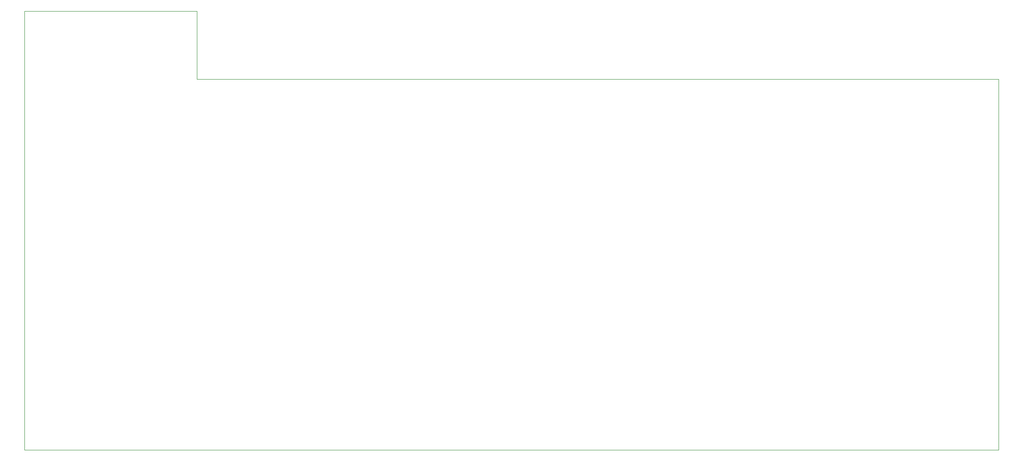
<source format=gm1>
G04 #@! TF.GenerationSoftware,KiCad,Pcbnew,8.0.9-8.0.9-0~ubuntu22.04.1*
G04 #@! TF.CreationDate,2025-05-05T00:51:58+08:00*
G04 #@! TF.ProjectId,macropad,6d616372-6f70-4616-942e-6b696361645f,rev?*
G04 #@! TF.SameCoordinates,Original*
G04 #@! TF.FileFunction,Profile,NP*
%FSLAX46Y46*%
G04 Gerber Fmt 4.6, Leading zero omitted, Abs format (unit mm)*
G04 Created by KiCad (PCBNEW 8.0.9-8.0.9-0~ubuntu22.04.1) date 2025-05-05 00:51:58*
%MOMM*%
%LPD*%
G01*
G04 APERTURE LIST*
G04 #@! TA.AperFunction,Profile*
%ADD10C,0.050000*%
G04 #@! TD*
G04 APERTURE END LIST*
D10*
X74200000Y-88200000D02*
X74200000Y-158600000D01*
X74200000Y-88200000D02*
X74200000Y-86000000D01*
X259800000Y-158600000D02*
X74200000Y-158600000D01*
X107000000Y-88000000D02*
X259800000Y-88000000D01*
X107000000Y-75000000D02*
X107000000Y-88000000D01*
X74200000Y-86000000D02*
X74200000Y-75000000D01*
X259800000Y-88000000D02*
X259800000Y-158600000D01*
X74200000Y-75000000D02*
X107000000Y-75000000D01*
M02*

</source>
